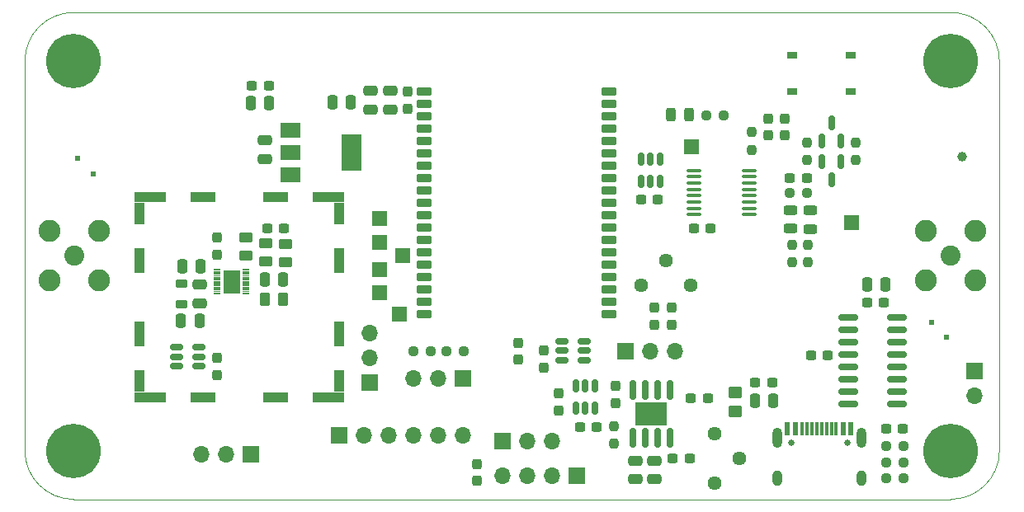
<source format=gbr>
%TF.GenerationSoftware,KiCad,Pcbnew,(6.0.9)*%
%TF.CreationDate,2022-12-19T18:44:09+02:00*%
%TF.ProjectId,cross_band_handy_walkie_talkie_V1,63726f73-735f-4626-916e-645f68616e64,rev?*%
%TF.SameCoordinates,Original*%
%TF.FileFunction,Soldermask,Top*%
%TF.FilePolarity,Negative*%
%FSLAX46Y46*%
G04 Gerber Fmt 4.6, Leading zero omitted, Abs format (unit mm)*
G04 Created by KiCad (PCBNEW (6.0.9)) date 2022-12-19 18:44:09*
%MOMM*%
%LPD*%
G01*
G04 APERTURE LIST*
G04 Aperture macros list*
%AMRoundRect*
0 Rectangle with rounded corners*
0 $1 Rounding radius*
0 $2 $3 $4 $5 $6 $7 $8 $9 X,Y pos of 4 corners*
0 Add a 4 corners polygon primitive as box body*
4,1,4,$2,$3,$4,$5,$6,$7,$8,$9,$2,$3,0*
0 Add four circle primitives for the rounded corners*
1,1,$1+$1,$2,$3*
1,1,$1+$1,$4,$5*
1,1,$1+$1,$6,$7*
1,1,$1+$1,$8,$9*
0 Add four rect primitives between the rounded corners*
20,1,$1+$1,$2,$3,$4,$5,0*
20,1,$1+$1,$4,$5,$6,$7,0*
20,1,$1+$1,$6,$7,$8,$9,0*
20,1,$1+$1,$8,$9,$2,$3,0*%
G04 Aperture macros list end*
%TA.AperFunction,Profile*%
%ADD10C,0.100000*%
%TD*%
%ADD11R,1.500000X1.500000*%
%ADD12R,1.700000X1.700000*%
%ADD13O,1.700000X1.700000*%
%ADD14C,3.600000*%
%ADD15C,5.600000*%
%ADD16RoundRect,0.237500X0.237500X-0.300000X0.237500X0.300000X-0.237500X0.300000X-0.237500X-0.300000X0*%
%ADD17RoundRect,0.250000X0.250000X0.475000X-0.250000X0.475000X-0.250000X-0.475000X0.250000X-0.475000X0*%
%ADD18C,1.440000*%
%ADD19RoundRect,0.237500X-0.237500X0.250000X-0.237500X-0.250000X0.237500X-0.250000X0.237500X0.250000X0*%
%ADD20RoundRect,0.237500X-0.300000X-0.237500X0.300000X-0.237500X0.300000X0.237500X-0.300000X0.237500X0*%
%ADD21RoundRect,0.237500X0.300000X0.237500X-0.300000X0.237500X-0.300000X-0.237500X0.300000X-0.237500X0*%
%ADD22RoundRect,0.237500X0.237500X-0.250000X0.237500X0.250000X-0.237500X0.250000X-0.237500X-0.250000X0*%
%ADD23RoundRect,0.150000X-0.512500X-0.150000X0.512500X-0.150000X0.512500X0.150000X-0.512500X0.150000X0*%
%ADD24RoundRect,0.237500X-0.237500X0.300000X-0.237500X-0.300000X0.237500X-0.300000X0.237500X0.300000X0*%
%ADD25RoundRect,0.243750X0.243750X0.456250X-0.243750X0.456250X-0.243750X-0.456250X0.243750X-0.456250X0*%
%ADD26RoundRect,0.237500X-0.250000X-0.237500X0.250000X-0.237500X0.250000X0.237500X-0.250000X0.237500X0*%
%ADD27RoundRect,0.100000X0.637500X0.100000X-0.637500X0.100000X-0.637500X-0.100000X0.637500X-0.100000X0*%
%ADD28RoundRect,0.250000X0.475000X-0.250000X0.475000X0.250000X-0.475000X0.250000X-0.475000X-0.250000X0*%
%ADD29R,1.000000X0.700000*%
%ADD30RoundRect,0.150000X0.512500X0.150000X-0.512500X0.150000X-0.512500X-0.150000X0.512500X-0.150000X0*%
%ADD31RoundRect,0.243750X0.456250X-0.243750X0.456250X0.243750X-0.456250X0.243750X-0.456250X-0.243750X0*%
%ADD32RoundRect,0.150000X0.150000X-0.512500X0.150000X0.512500X-0.150000X0.512500X-0.150000X-0.512500X0*%
%ADD33RoundRect,0.225000X-0.525000X-0.225000X0.525000X-0.225000X0.525000X0.225000X-0.525000X0.225000X0*%
%ADD34RoundRect,0.150000X-0.150000X0.512500X-0.150000X-0.512500X0.150000X-0.512500X0.150000X0.512500X0*%
%ADD35R,2.000000X1.500000*%
%ADD36R,2.000000X3.800000*%
%ADD37RoundRect,0.250000X0.450000X-0.262500X0.450000X0.262500X-0.450000X0.262500X-0.450000X-0.262500X0*%
%ADD38C,1.000000*%
%ADD39C,2.050000*%
%ADD40C,2.250000*%
%ADD41RoundRect,0.250000X-0.250000X-0.475000X0.250000X-0.475000X0.250000X0.475000X-0.250000X0.475000X0*%
%ADD42RoundRect,0.150000X0.150000X-0.587500X0.150000X0.587500X-0.150000X0.587500X-0.150000X-0.587500X0*%
%ADD43RoundRect,0.150000X-0.150000X0.825000X-0.150000X-0.825000X0.150000X-0.825000X0.150000X0.825000X0*%
%ADD44R,3.300000X2.410000*%
%ADD45RoundRect,0.250000X-0.450000X0.262500X-0.450000X-0.262500X0.450000X-0.262500X0.450000X0.262500X0*%
%ADD46RoundRect,0.250000X-0.475000X0.250000X-0.475000X-0.250000X0.475000X-0.250000X0.475000X0.250000X0*%
%ADD47RoundRect,0.237500X0.250000X0.237500X-0.250000X0.237500X-0.250000X-0.237500X0.250000X-0.237500X0*%
%ADD48RoundRect,0.218750X-0.381250X0.218750X-0.381250X-0.218750X0.381250X-0.218750X0.381250X0.218750X0*%
%ADD49RoundRect,0.150000X-0.825000X-0.150000X0.825000X-0.150000X0.825000X0.150000X-0.825000X0.150000X0*%
%ADD50RoundRect,0.250000X-0.262500X-0.450000X0.262500X-0.450000X0.262500X0.450000X-0.262500X0.450000X0*%
%ADD51RoundRect,0.250000X0.450000X-0.350000X0.450000X0.350000X-0.450000X0.350000X-0.450000X-0.350000X0*%
%ADD52R,2.300000X1.000000*%
%ADD53R,1.000000X2.300000*%
%ADD54R,1.000000X2.600000*%
%ADD55R,2.600000X1.000000*%
%ADD56R,1.000000X1.000000*%
%ADD57RoundRect,0.150000X-0.150000X0.587500X-0.150000X-0.587500X0.150000X-0.587500X0.150000X0.587500X0*%
%ADD58C,0.650000*%
%ADD59R,0.600000X1.450000*%
%ADD60R,0.300000X1.450000*%
%ADD61O,1.000000X2.100000*%
%ADD62O,1.000000X1.600000*%
%ADD63R,0.700000X0.250000*%
%ADD64R,1.780000X2.350000*%
%ADD65C,0.610000*%
G04 APERTURE END LIST*
D10*
X150000000Y-55000000D02*
X150000000Y-95000000D01*
X150000000Y-55000000D02*
G75*
G03*
X145000000Y-50000000I-5000000J0D01*
G01*
X55000000Y-50000000D02*
X145000000Y-50000000D01*
X145000000Y-100000000D02*
X55000000Y-100000000D01*
X145000000Y-100000000D02*
G75*
G03*
X150000000Y-95000000I0J5000000D01*
G01*
X50000000Y-95000000D02*
X50000000Y-55000000D01*
X50000000Y-95000000D02*
G75*
G03*
X55000000Y-100000000I5000000J0D01*
G01*
X55000000Y-50000000D02*
G75*
G03*
X50000000Y-55000000I0J-5000000D01*
G01*
X150000000Y-55000000D02*
X150000000Y-95000000D01*
X150000000Y-55000000D02*
G75*
G03*
X145000000Y-50000000I-5000000J0D01*
G01*
X55000000Y-50000000D02*
X145000000Y-50000000D01*
X145000000Y-100000000D02*
X55000000Y-100000000D01*
X145000000Y-100000000D02*
G75*
G03*
X150000000Y-95000000I0J5000000D01*
G01*
X50000000Y-95000000D02*
X50000000Y-55000000D01*
X50000000Y-95000000D02*
G75*
G03*
X55000000Y-100000000I5000000J0D01*
G01*
X55000000Y-50000000D02*
G75*
G03*
X50000000Y-55000000I0J-5000000D01*
G01*
D11*
%TO.C,TP10*%
X134800000Y-71600000D03*
%TD*%
%TO.C,TP7*%
X118400000Y-63800000D03*
%TD*%
%TO.C,TP6*%
X86400000Y-71200000D03*
%TD*%
%TO.C,TP5*%
X86400000Y-73600000D03*
%TD*%
%TO.C,TP4*%
X88800000Y-75000000D03*
%TD*%
%TO.C,TP3*%
X86400000Y-76400000D03*
%TD*%
%TO.C,TP2*%
X86400000Y-78800000D03*
%TD*%
%TO.C,TP1*%
X88400000Y-81000000D03*
%TD*%
D12*
%TO.C,J5*%
X73200000Y-95400000D03*
D13*
X70660000Y-95400000D03*
X68120000Y-95400000D03*
%TD*%
D14*
%TO.C,H2*%
X145000000Y-95000000D03*
D15*
X145000000Y-95000000D03*
%TD*%
D16*
%TO.C,C7*%
X128000000Y-62612500D03*
X128000000Y-60887500D03*
%TD*%
D12*
%TO.C,J3*%
X111600000Y-84800000D03*
D13*
X114140000Y-84800000D03*
X116680000Y-84800000D03*
%TD*%
D17*
%TO.C,C10*%
X83450000Y-59250000D03*
X81550000Y-59250000D03*
%TD*%
D18*
%TO.C,RV1*%
X113225000Y-78000000D03*
X115765000Y-75460000D03*
X118305000Y-78000000D03*
%TD*%
D19*
%TO.C,R2*%
X130250000Y-63337500D03*
X130250000Y-65162500D03*
%TD*%
D20*
%TO.C,C29*%
X118337500Y-89600000D03*
X120062500Y-89600000D03*
%TD*%
D19*
%TO.C,R4*%
X135250000Y-63337500D03*
X135250000Y-65162500D03*
%TD*%
D12*
%TO.C,J2*%
X99000000Y-94000000D03*
D13*
X101540000Y-94000000D03*
X104080000Y-94000000D03*
%TD*%
D21*
%TO.C,C28*%
X108662500Y-92600000D03*
X106937500Y-92600000D03*
%TD*%
D22*
%TO.C,R10*%
X128750000Y-75662500D03*
X128750000Y-73837500D03*
%TD*%
D15*
%TO.C,H3*%
X55000000Y-95000000D03*
D14*
X55000000Y-95000000D03*
%TD*%
D21*
%TO.C,C4*%
X138150000Y-79800000D03*
X136425000Y-79800000D03*
%TD*%
D23*
%TO.C,U11*%
X65562500Y-84400000D03*
X65562500Y-85350000D03*
X65562500Y-86300000D03*
X67837500Y-86300000D03*
X67837500Y-85350000D03*
X67837500Y-84400000D03*
%TD*%
D24*
%TO.C,C38*%
X69700000Y-85487500D03*
X69700000Y-87212500D03*
%TD*%
D21*
%TO.C,C6*%
X132362500Y-85200000D03*
X130637500Y-85200000D03*
%TD*%
%TO.C,C18*%
X76562500Y-72150000D03*
X74837500Y-72150000D03*
%TD*%
D12*
%TO.C,J7*%
X106600000Y-97600000D03*
D13*
X104060000Y-97600000D03*
X101520000Y-97600000D03*
X98980000Y-97600000D03*
%TD*%
D25*
%TO.C,D4*%
X118117500Y-60535000D03*
X116242500Y-60535000D03*
%TD*%
D26*
%TO.C,R1*%
X89827500Y-84800000D03*
X91652500Y-84800000D03*
%TD*%
D27*
%TO.C,U4*%
X124362500Y-70775000D03*
X124362500Y-70125000D03*
X124362500Y-69475000D03*
X124362500Y-68825000D03*
X124362500Y-68175000D03*
X124362500Y-67525000D03*
X124362500Y-66875000D03*
X124362500Y-66225000D03*
X118637500Y-66225000D03*
X118637500Y-66875000D03*
X118637500Y-67525000D03*
X118637500Y-68175000D03*
X118637500Y-68825000D03*
X118637500Y-69475000D03*
X118637500Y-70125000D03*
X118637500Y-70775000D03*
%TD*%
D28*
%TO.C,C3*%
X85500000Y-59950000D03*
X85500000Y-58050000D03*
%TD*%
D17*
%TO.C,C5*%
X138300000Y-77950000D03*
X136400000Y-77950000D03*
%TD*%
D16*
%TO.C,C20*%
X96400000Y-98125000D03*
X96400000Y-96400000D03*
%TD*%
%TO.C,C27*%
X114600000Y-82062500D03*
X114600000Y-80337500D03*
%TD*%
D29*
%TO.C,SW1*%
X134750000Y-58100000D03*
X128750000Y-58100000D03*
X128750000Y-54400000D03*
X134750000Y-54400000D03*
%TD*%
D19*
%TO.C,R20*%
X110400000Y-92487500D03*
X110400000Y-94312500D03*
%TD*%
D26*
%TO.C,R3*%
X93227500Y-84800000D03*
X95052500Y-84800000D03*
%TD*%
D30*
%TO.C,U8*%
X107387500Y-85700000D03*
X107387500Y-84750000D03*
X107387500Y-83800000D03*
X105112500Y-83800000D03*
X105112500Y-84750000D03*
X105112500Y-85700000D03*
%TD*%
D31*
%TO.C,D1*%
X130600000Y-72225000D03*
X130600000Y-70350000D03*
%TD*%
D24*
%TO.C,C19*%
X116400000Y-80337500D03*
X116400000Y-82062500D03*
%TD*%
D21*
%TO.C,C11*%
X130225000Y-67000000D03*
X128500000Y-67000000D03*
%TD*%
D20*
%TO.C,C12*%
X118637500Y-72150000D03*
X120362500Y-72150000D03*
%TD*%
D32*
%TO.C,U9*%
X106550000Y-90637500D03*
X107500000Y-90637500D03*
X108450000Y-90637500D03*
X108450000Y-88362500D03*
X107500000Y-88362500D03*
X106550000Y-88362500D03*
%TD*%
D33*
%TO.C,U2*%
X90950000Y-58100000D03*
X90950000Y-59370000D03*
X90950000Y-60640000D03*
X90950000Y-61910000D03*
X90950000Y-63180000D03*
X90950000Y-64450000D03*
X90950000Y-65720000D03*
X90950000Y-66990000D03*
X90950000Y-68260000D03*
X90950000Y-69530000D03*
X90950000Y-70800000D03*
X90950000Y-72070000D03*
X90950000Y-73340000D03*
X90950000Y-74610000D03*
X90950000Y-75880000D03*
X90950000Y-77150000D03*
X90950000Y-78420000D03*
X90950000Y-79690000D03*
X90950000Y-80960000D03*
X109950000Y-80960000D03*
X109950000Y-79690000D03*
X109950000Y-78420000D03*
X109950000Y-77150000D03*
X109950000Y-75880000D03*
X109950000Y-74610000D03*
X109950000Y-73340000D03*
X109950000Y-72070000D03*
X109950000Y-70800000D03*
X109950000Y-69530000D03*
X109950000Y-68260000D03*
X109950000Y-66990000D03*
X109950000Y-65720000D03*
X109950000Y-64450000D03*
X109950000Y-63180000D03*
X109950000Y-61910000D03*
X109950000Y-60640000D03*
X109950000Y-59370000D03*
X109950000Y-58100000D03*
%TD*%
D34*
%TO.C,U12*%
X115150000Y-65062500D03*
X114200000Y-65062500D03*
X113250000Y-65062500D03*
X113250000Y-67337500D03*
X114200000Y-67337500D03*
X115150000Y-67337500D03*
%TD*%
D35*
%TO.C,U3*%
X77250000Y-62100000D03*
D36*
X83550000Y-64400000D03*
D35*
X77250000Y-64400000D03*
X77250000Y-66700000D03*
%TD*%
D17*
%TO.C,C33*%
X126800000Y-89850000D03*
X124900000Y-89850000D03*
%TD*%
D24*
%TO.C,C17*%
X100600000Y-83937500D03*
X100600000Y-85662500D03*
%TD*%
D37*
%TO.C,R17*%
X72700000Y-74975000D03*
X72700000Y-73150000D03*
%TD*%
D16*
%TO.C,C16*%
X69700000Y-74875000D03*
X69700000Y-73150000D03*
%TD*%
D38*
%TO.C,FID1*%
X146200000Y-64800000D03*
%TD*%
D20*
%TO.C,C24*%
X116475000Y-95800000D03*
X118200000Y-95800000D03*
%TD*%
D17*
%TO.C,C32*%
X75050000Y-59350000D03*
X73150000Y-59350000D03*
%TD*%
D20*
%TO.C,C34*%
X124937500Y-88000000D03*
X126662500Y-88000000D03*
%TD*%
D39*
%TO.C,J15*%
X144950000Y-75000000D03*
D40*
X147490000Y-77540000D03*
X147490000Y-72460000D03*
X142410000Y-72460000D03*
X142410000Y-77540000D03*
%TD*%
D41*
%TO.C,C21*%
X74600000Y-77450000D03*
X76500000Y-77450000D03*
%TD*%
D12*
%TO.C,J4*%
X85350000Y-88050000D03*
D13*
X85350000Y-85510000D03*
X85350000Y-82970000D03*
%TD*%
D42*
%TO.C,Q1*%
X131800000Y-63187500D03*
X133700000Y-63187500D03*
X132750000Y-61312500D03*
%TD*%
D18*
%TO.C,RV2*%
X120775000Y-93275000D03*
X123315000Y-95815000D03*
X120775000Y-98355000D03*
%TD*%
D16*
%TO.C,C30*%
X110600000Y-90112500D03*
X110600000Y-88387500D03*
%TD*%
D28*
%TO.C,C2*%
X87500000Y-59950000D03*
X87500000Y-58050000D03*
%TD*%
D43*
%TO.C,U10*%
X116155000Y-88775000D03*
X114885000Y-88775000D03*
X113615000Y-88775000D03*
X112345000Y-88775000D03*
X112345000Y-93725000D03*
X113615000Y-93725000D03*
X114885000Y-93725000D03*
X116155000Y-93725000D03*
D44*
X114250000Y-91250000D03*
%TD*%
D45*
%TO.C,R15*%
X74690000Y-73737500D03*
X74690000Y-75562500D03*
%TD*%
D46*
%TO.C,C26*%
X114600000Y-96050000D03*
X114600000Y-97950000D03*
%TD*%
D21*
%TO.C,C31*%
X75025000Y-57550000D03*
X73300000Y-57550000D03*
%TD*%
D39*
%TO.C,J14*%
X55050000Y-75000000D03*
D40*
X57590000Y-72460000D03*
X52510000Y-72460000D03*
X57590000Y-77540000D03*
X52510000Y-77540000D03*
%TD*%
D15*
%TO.C,H4*%
X145000000Y-55000000D03*
D14*
X145000000Y-55000000D03*
%TD*%
D46*
%TO.C,C13*%
X67950000Y-77950000D03*
X67950000Y-79850000D03*
%TD*%
D20*
%TO.C,C15*%
X138387500Y-92780000D03*
X140112500Y-92780000D03*
%TD*%
D41*
%TO.C,C14*%
X66000000Y-81650000D03*
X67900000Y-81650000D03*
%TD*%
D28*
%TO.C,C9*%
X74600000Y-65050000D03*
X74600000Y-63150000D03*
%TD*%
D47*
%TO.C,R11*%
X130262500Y-68550000D03*
X128437500Y-68550000D03*
%TD*%
D17*
%TO.C,C22*%
X68050000Y-76100000D03*
X66150000Y-76100000D03*
%TD*%
D48*
%TO.C,L1*%
X66050000Y-77837500D03*
X66050000Y-79962500D03*
%TD*%
D12*
%TO.C,J1*%
X82250000Y-93400000D03*
D13*
X84790000Y-93400000D03*
X87330000Y-93400000D03*
X89870000Y-93400000D03*
X92410000Y-93400000D03*
X94950000Y-93400000D03*
%TD*%
D49*
%TO.C,U1*%
X134525000Y-81355000D03*
X134525000Y-82625000D03*
X134525000Y-83895000D03*
X134525000Y-85165000D03*
X134525000Y-86435000D03*
X134525000Y-87705000D03*
X134525000Y-88975000D03*
X134525000Y-90245000D03*
X139475000Y-90245000D03*
X139475000Y-88975000D03*
X139475000Y-87705000D03*
X139475000Y-86435000D03*
X139475000Y-85165000D03*
X139475000Y-83895000D03*
X139475000Y-82625000D03*
X139475000Y-81355000D03*
%TD*%
D12*
%TO.C,JP1*%
X94940000Y-87600000D03*
D13*
X92400000Y-87600000D03*
X89860000Y-87600000D03*
%TD*%
D22*
%TO.C,R9*%
X130350000Y-75662500D03*
X130350000Y-73837500D03*
%TD*%
D50*
%TO.C,R19*%
X74625000Y-79450000D03*
X76450000Y-79450000D03*
%TD*%
D51*
%TO.C,FB2*%
X122850000Y-91000000D03*
X122850000Y-89000000D03*
%TD*%
D26*
%TO.C,R14*%
X138337500Y-96250000D03*
X140162500Y-96250000D03*
%TD*%
%TO.C,R12*%
X138337500Y-97870000D03*
X140162500Y-97870000D03*
%TD*%
D16*
%TO.C,C1*%
X89250000Y-59862500D03*
X89250000Y-58137500D03*
%TD*%
D52*
%TO.C,J8*%
X63400000Y-89500000D03*
D53*
X61750000Y-87850000D03*
D52*
X80600000Y-69000000D03*
D54*
X61750000Y-75500000D03*
D53*
X61750000Y-70650000D03*
D54*
X82250000Y-83000000D03*
D52*
X80600000Y-89500000D03*
D55*
X68250000Y-89500000D03*
X75750000Y-89500000D03*
D53*
X82250000Y-87850000D03*
D56*
X82250000Y-69000000D03*
D52*
X63400000Y-69000000D03*
D56*
X82250000Y-89500000D03*
D55*
X75750000Y-69000000D03*
D56*
X61750000Y-89500000D03*
D54*
X61750000Y-83000000D03*
D56*
X61750000Y-69000000D03*
D53*
X82250000Y-70650000D03*
D54*
X82250000Y-75500000D03*
D55*
X68250000Y-69000000D03*
%TD*%
D12*
%TO.C,J9*%
X147400000Y-86860000D03*
D13*
X147400000Y-89400000D03*
%TD*%
D57*
%TO.C,Q2*%
X133700000Y-65312500D03*
X131800000Y-65312500D03*
X132750000Y-67187500D03*
%TD*%
D21*
%TO.C,C37*%
X114962500Y-69200000D03*
X113237500Y-69200000D03*
%TD*%
D14*
%TO.C,H1*%
X55000000Y-55000000D03*
D15*
X55000000Y-55000000D03*
%TD*%
D47*
%TO.C,R16*%
X140162500Y-94500000D03*
X138337500Y-94500000D03*
%TD*%
D24*
%TO.C,C35*%
X103200000Y-84737500D03*
X103200000Y-86462500D03*
%TD*%
D31*
%TO.C,D2*%
X128550000Y-72187500D03*
X128550000Y-70312500D03*
%TD*%
D16*
%TO.C,C8*%
X126250000Y-62612500D03*
X126250000Y-60887500D03*
%TD*%
D37*
%TO.C,R13*%
X76700000Y-75612500D03*
X76700000Y-73787500D03*
%TD*%
D19*
%TO.C,R7*%
X124600000Y-62287500D03*
X124600000Y-64112500D03*
%TD*%
D58*
%TO.C,J6*%
X134390000Y-94210000D03*
X128610000Y-94210000D03*
D59*
X128250000Y-92765000D03*
X129050000Y-92765000D03*
D60*
X130250000Y-92765000D03*
X131250000Y-92765000D03*
X131750000Y-92765000D03*
X132750000Y-92765000D03*
D59*
X133950000Y-92765000D03*
X134750000Y-92765000D03*
X134750000Y-92765000D03*
X133950000Y-92765000D03*
D60*
X133250000Y-92765000D03*
X132250000Y-92765000D03*
X130750000Y-92765000D03*
X129750000Y-92765000D03*
D59*
X129050000Y-92765000D03*
X128250000Y-92765000D03*
D61*
X127180000Y-93680000D03*
D62*
X135820000Y-97860000D03*
D61*
X135820000Y-93680000D03*
D62*
X127180000Y-97860000D03*
%TD*%
D47*
%TO.C,R5*%
X121712500Y-60600000D03*
X119887500Y-60600000D03*
%TD*%
D46*
%TO.C,C25*%
X112600000Y-96050000D03*
X112600000Y-97950000D03*
%TD*%
D24*
%TO.C,C36*%
X104750000Y-89137500D03*
X104750000Y-90862500D03*
%TD*%
D63*
%TO.C,U7*%
X69725000Y-76450000D03*
X69725000Y-76850000D03*
X69725000Y-77250000D03*
X69725000Y-77650000D03*
X69725000Y-78050000D03*
X69725000Y-78450000D03*
X69725000Y-78850000D03*
X72675000Y-78850000D03*
X72675000Y-78450000D03*
X72675000Y-78050000D03*
X72675000Y-77650000D03*
X72675000Y-77250000D03*
X72675000Y-76850000D03*
X72675000Y-76450000D03*
D64*
X71200000Y-77650000D03*
%TD*%
D65*
%TO.C,FL2*%
X143018647Y-81818647D03*
X144581353Y-83381353D03*
%TD*%
%TO.C,FL1*%
X56981353Y-66581353D03*
X55418647Y-65018647D03*
%TD*%
G36*
X73024421Y-78574000D02*
G01*
X73024352Y-78576111D01*
X73015338Y-78589602D01*
X73015510Y-78589717D01*
X73016395Y-78591511D01*
X73015970Y-78592618D01*
X72997443Y-78616121D01*
X72995070Y-78676575D01*
X73015840Y-78707657D01*
X73015971Y-78709652D01*
X73015329Y-78710384D01*
X73024352Y-78723889D01*
X73024483Y-78725885D01*
X73022689Y-78727000D01*
X72327311Y-78727000D01*
X72325579Y-78726000D01*
X72325648Y-78723889D01*
X72334662Y-78710398D01*
X72334490Y-78710283D01*
X72333605Y-78708489D01*
X72334030Y-78707382D01*
X72352557Y-78683879D01*
X72354930Y-78623425D01*
X72334160Y-78592343D01*
X72334029Y-78590348D01*
X72334671Y-78589616D01*
X72325648Y-78576111D01*
X72325517Y-78574115D01*
X72327311Y-78573000D01*
X73022689Y-78573000D01*
X73024421Y-78574000D01*
G37*
G36*
X70074421Y-78574000D02*
G01*
X70074352Y-78576111D01*
X70065338Y-78589602D01*
X70065510Y-78589717D01*
X70066395Y-78591511D01*
X70065970Y-78592618D01*
X70047443Y-78616121D01*
X70045070Y-78676575D01*
X70065840Y-78707657D01*
X70065971Y-78709652D01*
X70065329Y-78710384D01*
X70074352Y-78723889D01*
X70074483Y-78725885D01*
X70072689Y-78727000D01*
X69377311Y-78727000D01*
X69375579Y-78726000D01*
X69375648Y-78723889D01*
X69384662Y-78710398D01*
X69384490Y-78710283D01*
X69383605Y-78708489D01*
X69384030Y-78707382D01*
X69402557Y-78683879D01*
X69404930Y-78623425D01*
X69384160Y-78592343D01*
X69384029Y-78590348D01*
X69384671Y-78589616D01*
X69375648Y-78576111D01*
X69375517Y-78574115D01*
X69377311Y-78573000D01*
X70072689Y-78573000D01*
X70074421Y-78574000D01*
G37*
G36*
X73024421Y-78174000D02*
G01*
X73024352Y-78176111D01*
X73015338Y-78189602D01*
X73015510Y-78189717D01*
X73016395Y-78191511D01*
X73015970Y-78192618D01*
X72997443Y-78216121D01*
X72995070Y-78276575D01*
X73015840Y-78307657D01*
X73015971Y-78309652D01*
X73015329Y-78310384D01*
X73024352Y-78323889D01*
X73024483Y-78325885D01*
X73022689Y-78327000D01*
X72327311Y-78327000D01*
X72325579Y-78326000D01*
X72325648Y-78323889D01*
X72334662Y-78310398D01*
X72334490Y-78310283D01*
X72333605Y-78308489D01*
X72334030Y-78307382D01*
X72352557Y-78283879D01*
X72354930Y-78223425D01*
X72334160Y-78192343D01*
X72334029Y-78190348D01*
X72334671Y-78189616D01*
X72325648Y-78176111D01*
X72325517Y-78174115D01*
X72327311Y-78173000D01*
X73022689Y-78173000D01*
X73024421Y-78174000D01*
G37*
G36*
X70074421Y-78174000D02*
G01*
X70074352Y-78176111D01*
X70065338Y-78189602D01*
X70065510Y-78189717D01*
X70066395Y-78191511D01*
X70065970Y-78192618D01*
X70047443Y-78216121D01*
X70045070Y-78276575D01*
X70065840Y-78307657D01*
X70065971Y-78309652D01*
X70065329Y-78310384D01*
X70074352Y-78323889D01*
X70074483Y-78325885D01*
X70072689Y-78327000D01*
X69377311Y-78327000D01*
X69375579Y-78326000D01*
X69375648Y-78323889D01*
X69384662Y-78310398D01*
X69384490Y-78310283D01*
X69383605Y-78308489D01*
X69384030Y-78307382D01*
X69402557Y-78283879D01*
X69404930Y-78223425D01*
X69384160Y-78192343D01*
X69384029Y-78190348D01*
X69384671Y-78189616D01*
X69375648Y-78176111D01*
X69375517Y-78174115D01*
X69377311Y-78173000D01*
X70072689Y-78173000D01*
X70074421Y-78174000D01*
G37*
G36*
X70074421Y-77774000D02*
G01*
X70074352Y-77776111D01*
X70065338Y-77789602D01*
X70065510Y-77789717D01*
X70066395Y-77791511D01*
X70065970Y-77792618D01*
X70047443Y-77816121D01*
X70045070Y-77876575D01*
X70065840Y-77907657D01*
X70065971Y-77909652D01*
X70065329Y-77910384D01*
X70074352Y-77923889D01*
X70074483Y-77925885D01*
X70072689Y-77927000D01*
X69377311Y-77927000D01*
X69375579Y-77926000D01*
X69375648Y-77923889D01*
X69384662Y-77910398D01*
X69384490Y-77910283D01*
X69383605Y-77908489D01*
X69384030Y-77907382D01*
X69402557Y-77883879D01*
X69404930Y-77823425D01*
X69384160Y-77792343D01*
X69384029Y-77790348D01*
X69384671Y-77789616D01*
X69375648Y-77776111D01*
X69375517Y-77774115D01*
X69377311Y-77773000D01*
X70072689Y-77773000D01*
X70074421Y-77774000D01*
G37*
G36*
X73024421Y-77774000D02*
G01*
X73024352Y-77776111D01*
X73015338Y-77789602D01*
X73015510Y-77789717D01*
X73016395Y-77791511D01*
X73015970Y-77792618D01*
X72997443Y-77816121D01*
X72995070Y-77876575D01*
X73015840Y-77907657D01*
X73015971Y-77909652D01*
X73015329Y-77910384D01*
X73024352Y-77923889D01*
X73024483Y-77925885D01*
X73022689Y-77927000D01*
X72327311Y-77927000D01*
X72325579Y-77926000D01*
X72325648Y-77923889D01*
X72334662Y-77910398D01*
X72334490Y-77910283D01*
X72333605Y-77908489D01*
X72334030Y-77907382D01*
X72352557Y-77883879D01*
X72354930Y-77823425D01*
X72334160Y-77792343D01*
X72334029Y-77790348D01*
X72334671Y-77789616D01*
X72325648Y-77776111D01*
X72325517Y-77774115D01*
X72327311Y-77773000D01*
X73022689Y-77773000D01*
X73024421Y-77774000D01*
G37*
G36*
X73024421Y-77374000D02*
G01*
X73024352Y-77376111D01*
X73015338Y-77389602D01*
X73015510Y-77389717D01*
X73016395Y-77391511D01*
X73015970Y-77392618D01*
X72997443Y-77416121D01*
X72995070Y-77476575D01*
X73015840Y-77507657D01*
X73015971Y-77509652D01*
X73015329Y-77510384D01*
X73024352Y-77523889D01*
X73024483Y-77525885D01*
X73022689Y-77527000D01*
X72327311Y-77527000D01*
X72325579Y-77526000D01*
X72325648Y-77523889D01*
X72334662Y-77510398D01*
X72334490Y-77510283D01*
X72333605Y-77508489D01*
X72334030Y-77507382D01*
X72352557Y-77483879D01*
X72354930Y-77423425D01*
X72334160Y-77392343D01*
X72334029Y-77390348D01*
X72334671Y-77389616D01*
X72325648Y-77376111D01*
X72325517Y-77374115D01*
X72327311Y-77373000D01*
X73022689Y-77373000D01*
X73024421Y-77374000D01*
G37*
G36*
X70074421Y-77374000D02*
G01*
X70074352Y-77376111D01*
X70065338Y-77389602D01*
X70065510Y-77389717D01*
X70066395Y-77391511D01*
X70065970Y-77392618D01*
X70047443Y-77416121D01*
X70045070Y-77476575D01*
X70065840Y-77507657D01*
X70065971Y-77509652D01*
X70065329Y-77510384D01*
X70074352Y-77523889D01*
X70074483Y-77525885D01*
X70072689Y-77527000D01*
X69377311Y-77527000D01*
X69375579Y-77526000D01*
X69375648Y-77523889D01*
X69384662Y-77510398D01*
X69384490Y-77510283D01*
X69383605Y-77508489D01*
X69384030Y-77507382D01*
X69402557Y-77483879D01*
X69404930Y-77423425D01*
X69384160Y-77392343D01*
X69384029Y-77390348D01*
X69384671Y-77389616D01*
X69375648Y-77376111D01*
X69375517Y-77374115D01*
X69377311Y-77373000D01*
X70072689Y-77373000D01*
X70074421Y-77374000D01*
G37*
G36*
X70074421Y-76974000D02*
G01*
X70074352Y-76976111D01*
X70065338Y-76989602D01*
X70065510Y-76989717D01*
X70066395Y-76991511D01*
X70065970Y-76992618D01*
X70047443Y-77016121D01*
X70045070Y-77076575D01*
X70065840Y-77107657D01*
X70065971Y-77109652D01*
X70065329Y-77110384D01*
X70074352Y-77123889D01*
X70074483Y-77125885D01*
X70072689Y-77127000D01*
X69377311Y-77127000D01*
X69375579Y-77126000D01*
X69375648Y-77123889D01*
X69384662Y-77110398D01*
X69384490Y-77110283D01*
X69383605Y-77108489D01*
X69384030Y-77107382D01*
X69402557Y-77083879D01*
X69404930Y-77023425D01*
X69384160Y-76992343D01*
X69384029Y-76990348D01*
X69384671Y-76989616D01*
X69375648Y-76976111D01*
X69375517Y-76974115D01*
X69377311Y-76973000D01*
X70072689Y-76973000D01*
X70074421Y-76974000D01*
G37*
G36*
X73024421Y-76974000D02*
G01*
X73024352Y-76976111D01*
X73015338Y-76989602D01*
X73015510Y-76989717D01*
X73016395Y-76991511D01*
X73015970Y-76992618D01*
X72997443Y-77016121D01*
X72995070Y-77076575D01*
X73015840Y-77107657D01*
X73015971Y-77109652D01*
X73015329Y-77110384D01*
X73024352Y-77123889D01*
X73024483Y-77125885D01*
X73022689Y-77127000D01*
X72327311Y-77127000D01*
X72325579Y-77126000D01*
X72325648Y-77123889D01*
X72334662Y-77110398D01*
X72334490Y-77110283D01*
X72333605Y-77108489D01*
X72334030Y-77107382D01*
X72352557Y-77083879D01*
X72354930Y-77023425D01*
X72334160Y-76992343D01*
X72334029Y-76990348D01*
X72334671Y-76989616D01*
X72325648Y-76976111D01*
X72325517Y-76974115D01*
X72327311Y-76973000D01*
X73022689Y-76973000D01*
X73024421Y-76974000D01*
G37*
G36*
X73024421Y-76574000D02*
G01*
X73024352Y-76576111D01*
X73015338Y-76589602D01*
X73015510Y-76589717D01*
X73016395Y-76591511D01*
X73015970Y-76592618D01*
X72997443Y-76616121D01*
X72995070Y-76676575D01*
X73015840Y-76707657D01*
X73015971Y-76709652D01*
X73015329Y-76710384D01*
X73024352Y-76723889D01*
X73024483Y-76725885D01*
X73022689Y-76727000D01*
X72327311Y-76727000D01*
X72325579Y-76726000D01*
X72325648Y-76723889D01*
X72334662Y-76710398D01*
X72334490Y-76710283D01*
X72333605Y-76708489D01*
X72334030Y-76707382D01*
X72352557Y-76683879D01*
X72354930Y-76623425D01*
X72334160Y-76592343D01*
X72334029Y-76590348D01*
X72334671Y-76589616D01*
X72325648Y-76576111D01*
X72325517Y-76574115D01*
X72327311Y-76573000D01*
X73022689Y-76573000D01*
X73024421Y-76574000D01*
G37*
G36*
X70074421Y-76574000D02*
G01*
X70074352Y-76576111D01*
X70065338Y-76589602D01*
X70065510Y-76589717D01*
X70066395Y-76591511D01*
X70065970Y-76592618D01*
X70047443Y-76616121D01*
X70045070Y-76676575D01*
X70065840Y-76707657D01*
X70065971Y-76709652D01*
X70065329Y-76710384D01*
X70074352Y-76723889D01*
X70074483Y-76725885D01*
X70072689Y-76727000D01*
X69377311Y-76727000D01*
X69375579Y-76726000D01*
X69375648Y-76723889D01*
X69384662Y-76710398D01*
X69384490Y-76710283D01*
X69383605Y-76708489D01*
X69384030Y-76707382D01*
X69402557Y-76683879D01*
X69404930Y-76623425D01*
X69384160Y-76592343D01*
X69384029Y-76590348D01*
X69384671Y-76589616D01*
X69375648Y-76576111D01*
X69375517Y-76574115D01*
X69377311Y-76573000D01*
X70072689Y-76573000D01*
X70074421Y-76574000D01*
G37*
M02*

</source>
